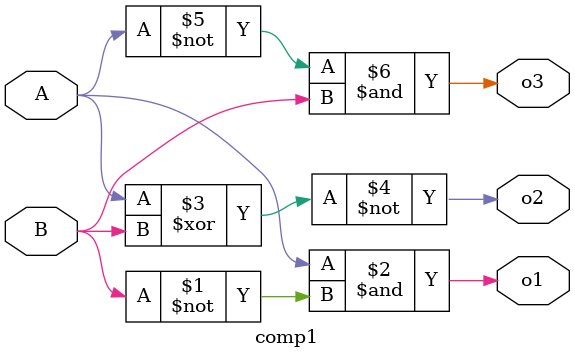
<source format=v>

module comp1 (
    input A,
    input B,
    output o1,  // A > B
    output o2,  // A == B
    output o3   // A < B
);

assign o1 = A & ~B;     // A > B
assign o2 = ~(A ^ B);   // A == B
assign o3 = ~A & B;     // A < B

endmodule
</source>
